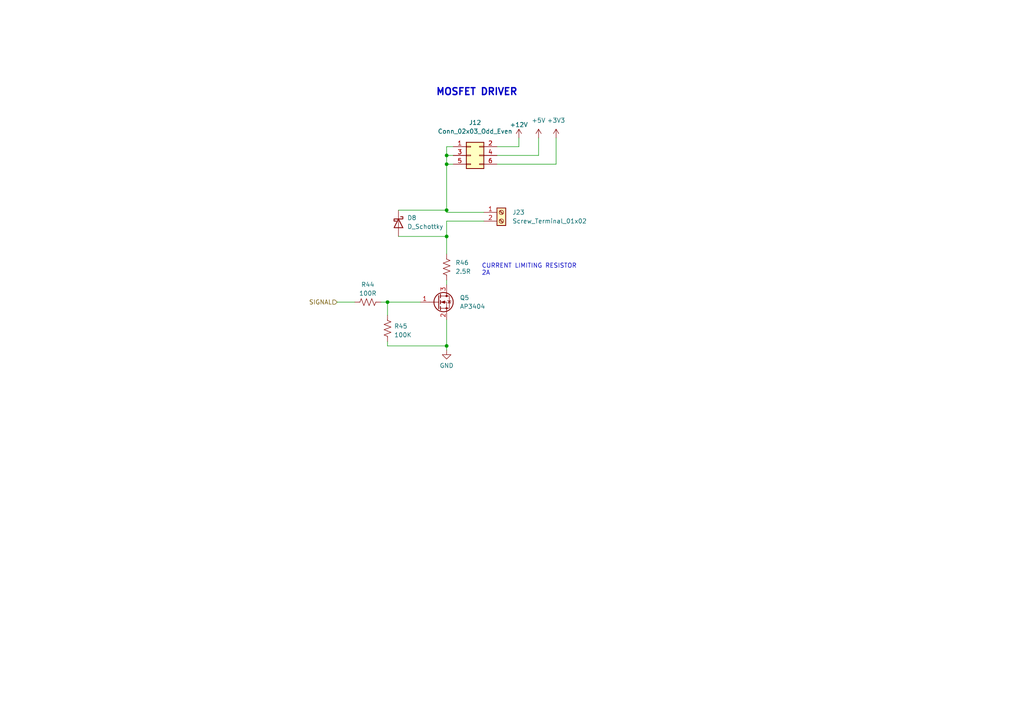
<source format=kicad_sch>
(kicad_sch (version 20230121) (generator eeschema)
  (paper "A4")
  (lib_symbols
    (symbol "Connector:Screw_Terminal_01x02" (pin_names (offset 1.016) hide)
      (property "Reference" "J" (at 0 2.54 0))
      (property "Value" "Screw_Terminal_01x02" (at 0 -5.08 0))
      (symbol "Screw_Terminal_01x02_1_1"
        (rectangle (start -1.27 1.27) (end 1.27 -3.81) (stroke (width 0.254)) (fill (type background)))
        (circle (center 0 -2.54) (radius 0.635) (stroke (width 0.1524)))
        (polyline (pts (xy -0.5334 -2.2098) (xy 0.3302 -3.048)) (stroke (width 0.1524)))
        (polyline (pts (xy -0.5334 0.3302) (xy 0.3302 -0.508)) (stroke (width 0.1524)))
        (polyline (pts (xy -0.3556 -2.032) (xy 0.508 -2.8702)) (stroke (width 0.1524)))
        (polyline (pts (xy -0.3556 0.508) (xy 0.508 -0.3302)) (stroke (width 0.1524)))
        (circle (center 0 0) (radius 0.635) (stroke (width 0.1524)))
        (pin passive line (at -5.08 0 0) (length 3.81) (name "Pin_1") (number "1"))
        (pin passive line (at -5.08 -2.54 0) (length 3.81) (name "Pin_2") (number "2"))
      )
    )
    (symbol "Connector_Generic:Conn_02x03_Odd_Even" (pin_names (offset 1.016) hide)
      (property "Reference" "J" (at 1.27 5.08 0))
      (property "Value" "Conn_02x03_Odd_Even" (at 1.27 -5.08 0))
      (symbol "Conn_02x03_Odd_Even_1_1"
        (rectangle (start -1.27 -2.413) (end 0 -2.667) (stroke (width 0.1524)))
        (rectangle (start -1.27 0.127) (end 0 -0.127) (stroke (width 0.1524)))
        (rectangle (start -1.27 2.667) (end 0 2.413) (stroke (width 0.1524)))
        (rectangle (start -1.27 3.81) (end 3.81 -3.81) (stroke (width 0.254)) (fill (type background)))
        (rectangle (start 3.81 -2.413) (end 2.54 -2.667) (stroke (width 0.1524)))
        (rectangle (start 3.81 0.127) (end 2.54 -0.127) (stroke (width 0.1524)))
        (rectangle (start 3.81 2.667) (end 2.54 2.413) (stroke (width 0.1524)))
        (pin passive line (at -5.08 2.54 0) (length 3.81) (name "Pin_1") (number "1"))
        (pin passive line (at 7.62 2.54 180) (length 3.81) (name "Pin_2") (number "2"))
        (pin passive line (at -5.08 0 0) (length 3.81) (name "Pin_3") (number "3"))
        (pin passive line (at 7.62 0 180) (length 3.81) (name "Pin_4") (number "4"))
        (pin passive line (at -5.08 -2.54 0) (length 3.81) (name "Pin_5") (number "5"))
        (pin passive line (at 7.62 -2.54 180) (length 3.81) (name "Pin_6") (number "6"))
      )
    )
    (symbol "Device:D_Schottky" (pin_numbers hide) (pin_names (offset 1.016) hide)
      (property "Reference" "D" (at 0 2.54 0))
      (property "Value" "D_Schottky" (at 0 -2.54 0))
      (symbol "D_Schottky_0_1"
        (polyline (pts (xy 1.27 0) (xy -1.27 0)))
        (polyline (pts (xy 1.27 1.27) (xy 1.27 -1.27) (xy -1.27 0) (xy 1.27 1.27)) (stroke (width 0.254)))
        (polyline (pts (xy -1.905 0.635) (xy -1.905 1.27) (xy -1.27 1.27) (xy -1.27 -1.27) (xy -0.635 -1.27) (xy -0.635 -0.635)) (stroke (width 0.254)))
      )
      (symbol "D_Schottky_1_1"
        (pin passive line (at -3.81 0 0) (length 2.54) (name "K") (number "1"))
        (pin passive line (at 3.81 0 180) (length 2.54) (name "A") (number "2"))
      )
    )
    (symbol "Device:Q_NMOS_GSD" (pin_names (offset 0) hide)
      (property "Reference" "Q" (at 5.08 1.27 0))
      (property "Value" "Q_NMOS_GSD" (at 5.08 -1.27 0))
      (symbol "Q_NMOS_GSD_0_1"
        (polyline (pts (xy 0.254 0) (xy -2.54 0)))
        (polyline (pts (xy 0.254 1.905) (xy 0.254 -1.905)) (stroke (width 0.254)))
        (polyline (pts (xy 0.762 -1.27) (xy 0.762 -2.286)) (stroke (width 0.254)))
        (polyline (pts (xy 0.762 0.508) (xy 0.762 -0.508)) (stroke (width 0.254)))
        (polyline (pts (xy 0.762 2.286) (xy 0.762 1.27)) (stroke (width 0.254)))
        (polyline (pts (xy 2.54 2.54) (xy 2.54 1.778)))
        (polyline (pts (xy 2.54 -2.54) (xy 2.54 0) (xy 0.762 0)))
        (polyline (pts (xy 0.762 -1.778) (xy 3.302 -1.778) (xy 3.302 1.778) (xy 0.762 1.778)))
        (polyline (pts (xy 1.016 0) (xy 2.032 0.381) (xy 2.032 -0.381) (xy 1.016 0)) (fill (type outline)))
        (polyline (pts (xy 2.794 0.508) (xy 2.921 0.381) (xy 3.683 0.381) (xy 3.81 0.254)))
        (polyline (pts (xy 3.302 0.381) (xy 2.921 -0.254) (xy 3.683 -0.254) (xy 3.302 0.381)))
        (circle (center 1.651 0) (radius 2.794) (stroke (width 0.254)))
        (circle (center 2.54 -1.778) (radius 0.254) (fill (type outline)))
        (circle (center 2.54 1.778) (radius 0.254) (fill (type outline)))
      )
      (symbol "Q_NMOS_GSD_1_1"
        (pin input line (at -5.08 0 0) (length 2.54) (name "G") (number "1"))
        (pin passive line (at 2.54 -5.08 90) (length 2.54) (name "S") (number "2"))
        (pin passive line (at 2.54 5.08 270) (length 2.54) (name "D") (number "3"))
      )
    )
    (symbol "Device:R_US" (pin_numbers hide) (pin_names (offset 0))
      (property "Reference" "R" (at 2.54 0 90))
      (property "Value" "R_US" (at -2.54 0 90))
      (symbol "R_US_0_1"
        (polyline (pts (xy 0 -2.286) (xy 0 -2.54)))
        (polyline (pts (xy 0 2.286) (xy 0 2.54)))
        (polyline (pts (xy 0 -0.762) (xy 1.016 -1.143) (xy 0 -1.524) (xy -1.016 -1.905) (xy 0 -2.286)))
        (polyline (pts (xy 0 0.762) (xy 1.016 0.381) (xy 0 0) (xy -1.016 -0.381) (xy 0 -0.762)))
        (polyline (pts (xy 0 2.286) (xy 1.016 1.905) (xy 0 1.524) (xy -1.016 1.143) (xy 0 0.762)))
      )
      (symbol "R_US_1_1"
        (pin passive line (at 0 3.81 270) (length 1.27) (name "~") (number "1"))
        (pin passive line (at 0 -3.81 90) (length 1.27) (name "~") (number "2"))
      )
    )
    (symbol "power:+12V" (power) (pin_names (offset 0))
      (property "Value" "+12V" (at 0 3.556 0))
      (symbol "+12V_0_1"
        (polyline (pts (xy -0.762 1.27) (xy 0 2.54)))
        (polyline (pts (xy 0 0) (xy 0 2.54)))
        (polyline (pts (xy 0 2.54) (xy 0.762 1.27)))
      )
      (symbol "+12V_1_1"
        (pin power_in line (at 0 0 90) (length 0) hide (name "+12V") (number "1"))
      )
    )
    (symbol "power:+3V3" (power) (pin_names (offset 0))
      (property "Value" "+3V3" (at 0 3.556 0))
      (symbol "+3V3_0_1"
        (polyline (pts (xy -0.762 1.27) (xy 0 2.54)))
        (polyline (pts (xy 0 0) (xy 0 2.54)))
        (polyline (pts (xy 0 2.54) (xy 0.762 1.27)))
      )
      (symbol "+3V3_1_1"
        (pin power_in line (at 0 0 90) (length 0) hide (name "+3V3") (number "1"))
      )
    )
    (symbol "power:+5V" (power) (pin_names (offset 0))
      (property "Value" "+5V" (at 0 3.556 0))
      (symbol "+5V_0_1"
        (polyline (pts (xy -0.762 1.27) (xy 0 2.54)))
        (polyline (pts (xy 0 0) (xy 0 2.54)))
        (polyline (pts (xy 0 2.54) (xy 0.762 1.27)))
      )
      (symbol "+5V_1_1"
        (pin power_in line (at 0 0 90) (length 0) hide (name "+5V") (number "1"))
      )
    )
    (symbol "power:GND" (power) (pin_names (offset 0))
      (property "Value" "GND" (at 0 -3.81 0))
      (symbol "GND_0_1"
        (polyline (pts (xy 0 0) (xy 0 -1.27) (xy 1.27 -1.27) (xy 0 -2.54) (xy -1.27 -1.27) (xy 0 -1.27)))
      )
      (symbol "GND_1_1"
        (pin power_in line (at 0 0 270) (length 0) hide (name "GND") (number "1"))
      )
    )
  )
  (junction (at 129.54 45.085))
  (junction (at 129.54 100.33))
  (junction (at 129.54 68.58))
  (junction (at 129.54 47.625))
  (junction (at 112.395 87.63))
  (junction (at 129.54 60.96))
  (wire (pts (xy 129.54 60.96) (xy 129.54 61.595)))
  (wire (pts (xy 112.395 100.33) (xy 129.54 100.33)))
  (wire (pts (xy 131.445 42.545) (xy 129.54 42.545)))
  (wire (pts (xy 129.54 47.625) (xy 131.445 47.625)))
  (wire (pts (xy 115.57 60.96) (xy 129.54 60.96)))
  (wire (pts (xy 129.54 47.625) (xy 129.54 60.96)))
  (wire (pts (xy 129.54 100.33) (xy 129.54 101.6)))
  (wire (pts (xy 140.335 61.595) (xy 129.54 61.595)))
  (wire (pts (xy 110.49 87.63) (xy 112.395 87.63)))
  (wire (pts (xy 161.29 40.005) (xy 161.29 47.625)))
  (wire (pts (xy 150.495 42.545) (xy 144.145 42.545)))
  (wire (pts (xy 156.21 40.005) (xy 156.21 45.085)))
  (wire (pts (xy 112.395 99.06) (xy 112.395 100.33)))
  (wire (pts (xy 115.57 68.58) (xy 129.54 68.58)))
  (wire (pts (xy 97.79 87.63) (xy 102.87 87.63)))
  (wire (pts (xy 129.54 45.085) (xy 129.54 47.625)))
  (wire (pts (xy 112.395 87.63) (xy 112.395 91.44)))
  (wire (pts (xy 144.145 45.085) (xy 156.21 45.085)))
  (wire (pts (xy 112.395 87.63) (xy 121.92 87.63)))
  (wire (pts (xy 129.54 68.58) (xy 129.54 73.66)))
  (wire (pts (xy 129.54 42.545) (xy 129.54 45.085)))
  (wire (pts (xy 144.145 47.625) (xy 161.29 47.625)))
  (wire (pts (xy 150.495 40.005) (xy 150.495 42.545)))
  (wire (pts (xy 129.54 64.135) (xy 129.54 68.58)))
  (wire (pts (xy 140.335 64.135) (xy 129.54 64.135)))
  (wire (pts (xy 129.54 92.71) (xy 129.54 100.33)))
  (wire (pts (xy 129.54 45.085) (xy 131.445 45.085)))
  (wire (pts (xy 129.54 81.28) (xy 129.54 82.55)))
  (text "MOSFET DRIVER" (at 126.365 27.94 0) (effects (font (size 2 2) (thickness 0.4) bold) (justify left bottom)))
  (text "CURRENT LIMITING RESISTOR\n2A" (at 139.7 80.01 0) (effects (font (size 1.27 1.27)) (justify left bottom)))
  (hierarchical_label "SIGNAL" (shape input) (at 97.79 87.63 180))
  (symbol (lib_id "power:+5V") (at 156.21 40.005 0) (unit 1)
    (property "Reference" "#PWR049" (effects hide))
    (property "Value" "+5V" (at 156.21 34.925 0))
    (instances (project "RpiPico_Agriboard" (path "" (reference "#PWR049") (unit 1)) (path "" (reference "#PWR047") (unit 1)) (path "" (reference "#PWR051") (unit 1))))
  )
  (symbol (lib_id "Device:R_US") (at 106.68 87.63 90) (unit 1)
    (property "Reference" "R44" (at 106.68 82.55 90))
    (property "Value" "100R" (at 106.68 85.09 90))
    (property "Footprint" "Resistor_SMD:R_0402_1005Metric" (effects hide))
    (instances (project "RpiPico_Agriboard" (path "" (reference "R44") (unit 1)) (path "" (reference "R31") (unit 1)) (path "" (reference "R48") (unit 1))))
  )
  (symbol (lib_id "power:+12V") (at 150.495 40.005 0) (unit 1)
    (property "Reference" "#PWR091" (effects hide))
    (property "Value" "+12V" (at 150.495 36.195 0))
    (instances (project "RpiPico_Agriboard" (path "" (reference "#PWR091") (unit 1)) (path "" (reference "#PWR043") (unit 1)) (path "" (reference "#PWR069") (unit 1)) (path "" (reference "#PWR071") (unit 1))))
  )
  (symbol (lib_id "Device:Q_NMOS_GSD") (at 127 87.63 0) (unit 1)
    (property "Reference" "Q5" (at 133.35 86.3599 0) (effects (justify left)))
    (property "Value" "AP3404" (at 133.35 88.8999 0) (effects (justify left)))
    (property "Footprint" "Package_TO_SOT_SMD:SOT-23" (effects hide))
    (instances (project "RpiPico_Agriboard" (path "" (reference "Q5") (unit 1)) (path "" (reference "Q2") (unit 1)) (path "" (reference "Q7") (unit 1))))
  )
  (symbol (lib_id "Device:R_US") (at 112.395 95.25 0) (unit 1)
    (property "Reference" "R45" (at 114.3 94.615 0) (effects (justify left)))
    (property "Value" "100K" (at 114.3 97.155 0) (effects (justify left)))
    (property "Footprint" "Resistor_SMD:R_0402_1005Metric" (effects hide))
    (instances (project "RpiPico_Agriboard" (path "" (reference "R45") (unit 1)) (path "" (reference "R32") (unit 1)) (path "" (reference "R49") (unit 1))))
  )
  (symbol (lib_id "power:GND") (at 129.54 101.6 0) (unit 1)
    (property "Reference" "#PWR0129" (effects hide))
    (property "Value" "GND" (at 129.54 106.045 0))
    (instances (project "RpiPico_Agriboard" (path "" (reference "#PWR0129") (unit 1)) (path "" (reference "#PWR0111") (unit 1)) (path "" (reference "#PWR0131") (unit 1))))
  )
  (symbol (lib_id "Connector_Generic:Conn_02x03_Odd_Even") (at 136.525 45.085 0) (unit 1)
    (property "Reference" "J12" (at 137.795 35.56 0))
    (property "Value" "Conn_02x03_Odd_Even" (at 137.795 38.1 0))
    (property "Footprint" "Connector_PinHeader_2.54mm:PinHeader_2x03_P2.54mm_Vertical" (effects hide))
    (instances (project "RpiPico_Agriboard" (path "" (reference "J12") (unit 1)) (path "" (reference "J11") (unit 1)) (path "" (reference "J26") (unit 1))))
  )
  (symbol (lib_id "Device:D_Schottky") (at 115.57 64.77 270) (unit 1)
    (property "Reference" "D8" (at 118.11 63.1824 90) (effects (justify left)))
    (property "Value" "D_Schottky" (at 118.11 65.7224 90) (effects (justify left)))
    (property "Footprint" "Diode_SMD:D_SOD-123" (effects hide))
    (instances (project "RpiPico_Agriboard" (path "" (reference "D8") (unit 1)) (path "" (reference "D3") (unit 1)) (path "" (reference "D9") (unit 1))))
  )
  (symbol (lib_id "power:+3V3") (at 161.29 40.005 0) (mirror y) (unit 1)
    (property "Reference" "#PWR050" (effects hide))
    (property "Value" "+3V3" (at 161.29 34.925 0))
    (instances (project "RpiPico_Agriboard" (path "" (reference "#PWR050") (unit 1)) (path "" (reference "#PWR048") (unit 1)) (path "" (reference "#PWR052") (unit 1))))
  )
  (symbol (lib_id "Device:R_US") (at 129.54 77.47 0) (unit 1)
    (property "Reference" "R46" (at 132.08 76.1999 0) (effects (justify left)))
    (property "Value" "2.5R" (at 132.08 78.7399 0) (effects (justify left)))
    (property "Footprint" "Resistor_SMD:R_0402_1005Metric" (effects hide))
    (instances (project "RpiPico_Agriboard" (path "" (reference "R46") (unit 1)) (path "" (reference "R33") (unit 1)) (path "" (reference "R51") (unit 1))))
  )
  (symbol (lib_id "Connector:Screw_Terminal_01x02") (at 145.415 61.595 0) (unit 1)
    (property "Reference" "J23" (at 148.59 61.5949 0) (effects (justify left)))
    (property "Value" "Screw_Terminal_01x02" (at 148.59 64.1349 0) (effects (justify left)))
    (property "Footprint" "TerminalBlock_Phoenix:TerminalBlock_Phoenix_PT-1,5-2-3.5-H_1x02_P3.50mm_Horizontal" (effects hide))
    (instances (project "RpiPico_Agriboard" (path "" (reference "J23") (unit 1)) (path "" (reference "J22") (unit 1)) (path "" (reference "J24") (unit 1))))
  )
)
</source>
